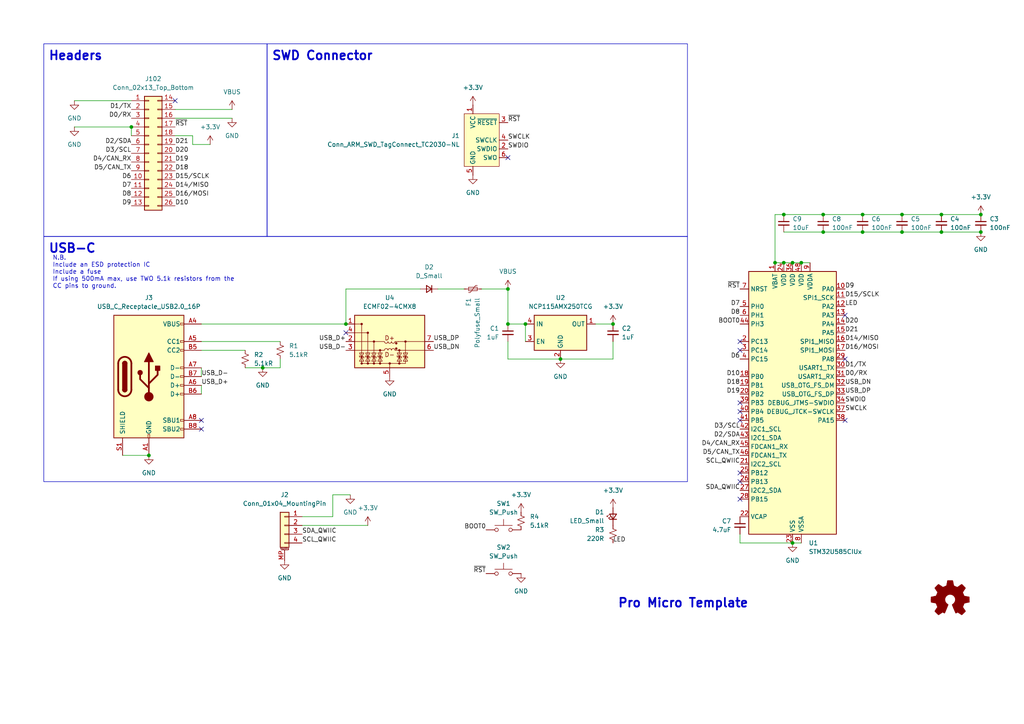
<source format=kicad_sch>
(kicad_sch (version 20250114) (generator "eeschema") (generator_version "9.0")
  (paper "A4")
  (title_block (title "Thing Plus/Feather") (date "2024-02-21") (rev "0.0.1"))
  (lib_symbols
    (symbol "Connector:Conn_ARM_SWD_TagConnect_TC2030-NL" (in_bom no)
      (property "Reference" "J" (at 2.54 11.43 0))
      (property "Value" "Conn_ARM_SWD_TagConnect_TC2030-NL" (at 2.54 8.89 0))
      (symbol "Conn_ARM_SWD_TagConnect_TC2030-NL_0_0"
        (pin power_in line (at -2.54 10.16 270) (length 2.54) (name "VCC") (number "1"))
        (pin power_in line (at -2.54 -10.16 90) (length 2.54) (name "GND") (number "5"))
        (pin open_collector line (at 7.62 5.08 180) (length 2.54) (name "~{RESET}") (number "3"))
        (pin output line (at 7.62 0 180) (length 2.54) (name "SWCLK") (number "4"))
        (pin bidirectional line (at 7.62 -2.54 180) (length 2.54) (name "SWDIO") (number "2"))
        (pin input line (at 7.62 -5.08 180) (length 2.54) (name "SWO") (number "6"))
      )
    )
    (symbol "Connector:USB_C_Receptacle_USB2.0_16P" (pin_names (offset 1.016))
      (property "Reference" "J" (at 0 22.225 0))
      (property "Value" "USB_C_Receptacle_USB2.0_16P" (at 0 19.685 0))
      (symbol "USB_C_Receptacle_USB2.0_16P_1_1"
        (pin passive line (at -7.62 -22.86 90) (length 5.08) (name "SHIELD") (number "S1"))
        (pin passive line (at 0 -22.86 90) (length 5.08) (name "GND") (number "A1"))
        (pin passive line (at 0 -22.86 90) (length 5.08) (hide yes) (name "GND") (number "A12"))
        (pin passive line (at 0 -22.86 90) (length 5.08) (hide yes) (name "GND") (number "B1"))
        (pin passive line (at 0 -22.86 90) (length 5.08) (hide yes) (name "GND") (number "B12"))
        (pin passive line (at 15.24 15.24 180) (length 5.08) (name "VBUS") (number "A4"))
        (pin passive line (at 15.24 15.24 180) (length 5.08) (hide yes) (name "VBUS") (number "A9"))
        (pin passive line (at 15.24 15.24 180) (length 5.08) (hide yes) (name "VBUS") (number "B4"))
        (pin passive line (at 15.24 15.24 180) (length 5.08) (hide yes) (name "VBUS") (number "B9"))
        (pin bidirectional line (at 15.24 10.16 180) (length 5.08) (name "CC1") (number "A5"))
        (pin bidirectional line (at 15.24 7.62 180) (length 5.08) (name "CC2") (number "B5"))
        (pin bidirectional line (at 15.24 2.54 180) (length 5.08) (name "D-") (number "A7"))
        (pin bidirectional line (at 15.24 0 180) (length 5.08) (name "D-") (number "B7"))
        (pin bidirectional line (at 15.24 -2.54 180) (length 5.08) (name "D+") (number "A6"))
        (pin bidirectional line (at 15.24 -5.08 180) (length 5.08) (name "D+") (number "B6"))
        (pin bidirectional line (at 15.24 -12.7 180) (length 5.08) (name "SBU1") (number "A8"))
        (pin bidirectional line (at 15.24 -15.24 180) (length 5.08) (name "SBU2") (number "B8"))
      )
    )
    (symbol "Connector_Generic:Conn_02x13_Top_Bottom" (pin_names (offset 1.016) (hide yes))
      (property "Reference" "J" (at 1.27 17.78 0))
      (property "Value" "Conn_02x13_Top_Bottom" (at 1.27 -17.78 0))
      (symbol "Conn_02x13_Top_Bottom_1_1"
        (pin passive line (at -5.08 15.24 0) (length 3.81) (name "Pin_1") (number "1"))
        (pin passive line (at -5.08 12.7 0) (length 3.81) (name "Pin_2") (number "2"))
        (pin passive line (at -5.08 10.16 0) (length 3.81) (name "Pin_3") (number "3"))
        (pin passive line (at -5.08 7.62 0) (length 3.81) (name "Pin_4") (number "4"))
        (pin passive line (at -5.08 5.08 0) (length 3.81) (name "Pin_5") (number "5"))
        (pin passive line (at -5.08 2.54 0) (length 3.81) (name "Pin_6") (number "6"))
        (pin passive line (at -5.08 0 0) (length 3.81) (name "Pin_7") (number "7"))
        (pin passive line (at -5.08 -2.54 0) (length 3.81) (name "Pin_8") (number "8"))
        (pin passive line (at -5.08 -5.08 0) (length 3.81) (name "Pin_9") (number "9"))
        (pin passive line (at -5.08 -7.62 0) (length 3.81) (name "Pin_10") (number "10"))
        (pin passive line (at -5.08 -10.16 0) (length 3.81) (name "Pin_11") (number "11"))
        (pin passive line (at -5.08 -12.7 0) (length 3.81) (name "Pin_12") (number "12"))
        (pin passive line (at -5.08 -15.24 0) (length 3.81) (name "Pin_13") (number "13"))
        (pin passive line (at 7.62 15.24 180) (length 3.81) (name "Pin_14") (number "14"))
        (pin passive line (at 7.62 12.7 180) (length 3.81) (name "Pin_15") (number "15"))
        (pin passive line (at 7.62 10.16 180) (length 3.81) (name "Pin_16") (number "16"))
        (pin passive line (at 7.62 7.62 180) (length 3.81) (name "Pin_17") (number "17"))
        (pin passive line (at 7.62 5.08 180) (length 3.81) (name "Pin_18") (number "18"))
        (pin passive line (at 7.62 2.54 180) (length 3.81) (name "Pin_19") (number "19"))
        (pin passive line (at 7.62 0 180) (length 3.81) (name "Pin_20") (number "20"))
        (pin passive line (at 7.62 -2.54 180) (length 3.81) (name "Pin_21") (number "21"))
        (pin passive line (at 7.62 -5.08 180) (length 3.81) (name "Pin_22") (number "22"))
        (pin passive line (at 7.62 -7.62 180) (length 3.81) (name "Pin_23") (number "23"))
        (pin passive line (at 7.62 -10.16 180) (length 3.81) (name "Pin_24") (number "24"))
        (pin passive line (at 7.62 -12.7 180) (length 3.81) (name "Pin_25") (number "25"))
        (pin passive line (at 7.62 -15.24 180) (length 3.81) (name "Pin_26") (number "26"))
      )
    )
    (symbol "Connector_Generic_MountingPin:Conn_01x04_MountingPin" (pin_names (offset 1.016) (hide yes))
      (property "Reference" "J" (at 0 5.08 0))
      (property "Value" "Conn_01x04_MountingPin" (at 1.27 -7.62 0))
      (symbol "Conn_01x04_MountingPin_1_1"
        (text "Mounting" (at 0 -6.731 0) (effects (font (size 0.381 0.381))))
        (pin passive line (at -5.08 2.54 0) (length 3.81) (name "Pin_1") (number "1"))
        (pin passive line (at -5.08 0 0) (length 3.81) (name "Pin_2") (number "2"))
        (pin passive line (at -5.08 -2.54 0) (length 3.81) (name "Pin_3") (number "3"))
        (pin passive line (at -5.08 -5.08 0) (length 3.81) (name "Pin_4") (number "4"))
        (pin passive line (at 0 -10.16 90) (length 3.048) (name "MountPin") (number "MP"))
      )
    )
    (symbol "Device:C_Small" (pin_numbers (hide yes)) (pin_names (offset 0.254) (hide yes))
      (property "Reference" "C" (at 0.254 1.778 0))
      (property "Value" "C_Small" (at 0.254 -2.032 0))
      (symbol "C_Small_1_1"
        (pin passive line (at 0 2.54 270) (length 2.032) (name "~") (number "1"))
        (pin passive line (at 0 -2.54 90) (length 2.032) (name "~") (number "2"))
      )
    )
    (symbol "Device:D_Small" (pin_numbers (hide yes)) (pin_names (offset 0.254) (hide yes))
      (property "Reference" "D" (at -1.27 2.032 0))
      (property "Value" "D_Small" (at -3.81 -2.032 0))
      (symbol "D_Small_1_1"
        (pin passive line (at -2.54 0 0) (length 1.778) (name "K") (number "1"))
        (pin passive line (at 2.54 0 180) (length 1.778) (name "A") (number "2"))
      )
    )
    (symbol "Device:LED_Small" (pin_numbers (hide yes)) (pin_names (offset 0.254) (hide yes))
      (property "Reference" "D" (at -1.27 3.175 0))
      (property "Value" "LED_Small" (at -4.445 -2.54 0))
      (symbol "LED_Small_1_1"
        (pin passive line (at -2.54 0 0) (length 1.778) (name "K") (number "1"))
        (pin passive line (at 2.54 0 180) (length 1.778) (name "A") (number "2"))
      )
    )
    (symbol "Device:Polyfuse_Small" (pin_numbers (hide yes)) (pin_names (offset 0))
      (property "Reference" "F" (at -1.905 0 90))
      (property "Value" "Polyfuse_Small" (at 1.905 0 90))
      (symbol "Polyfuse_Small_1_1"
        (pin passive line (at 0 2.54 270) (length 0.635) (name "~") (number "1"))
        (pin passive line (at 0 -2.54 90) (length 0.635) (name "~") (number "2"))
      )
    )
    (symbol "Device:R_Small_US" (pin_numbers (hide yes)) (pin_names (offset 0.254) (hide yes))
      (property "Reference" "R" (at 0.762 0.508 0))
      (property "Value" "R_Small_US" (at 0.762 -1.016 0))
      (symbol "R_Small_US_1_1"
        (pin passive line (at 0 2.54 270) (length 1.016) (name "~") (number "1"))
        (pin passive line (at 0 -2.54 90) (length 1.016) (name "~") (number "2"))
      )
    )
    (symbol "Graphic:Logo_Open_Hardware_Small" (in_bom no) (on_board no))
    (symbol "MCU_ST_STM32U5:STM32U585CIUx"
      (property "Reference" "U" (at -12.7 39.37 0))
      (property "Value" "STM32U585CIUx" (at 7.62 39.37 0))
      (symbol "STM32U585CIUx_1_1"
        (pin input line (at -15.24 33.02 0) (length 2.54) (name "NRST") (number "7"))
        (pin bidirectional line (at -15.24 27.94 0) (length 2.54) (name "PH0") (number "5"))
        (pin bidirectional line (at -15.24 25.4 0) (length 2.54) (name "PH1") (number "6"))
        (pin bidirectional line (at -15.24 22.86 0) (length 2.54) (name "PH3") (number "44"))
        (pin bidirectional line (at -15.24 17.78 0) (length 2.54) (name "PC13") (number "2"))
        (pin bidirectional line (at -15.24 15.24 0) (length 2.54) (name "PC14") (number "3"))
        (pin bidirectional line (at -15.24 12.7 0) (length 2.54) (name "PC15") (number "4"))
        (pin bidirectional line (at -15.24 7.62 0) (length 2.54) (name "PB0") (number "18"))
        (pin bidirectional line (at -15.24 5.08 0) (length 2.54) (name "PB1") (number "19"))
        (pin bidirectional line (at -15.24 2.54 0) (length 2.54) (name "PB2") (number "20"))
        (pin bidirectional line (at -15.24 0 0) (length 2.54) (name "PB3") (number "39") (alternate "I2C1_SDA" bidirectional line) (alternate "SPI1_SCK" bidirectional line))
        (pin bidirectional line (at -15.24 -2.54 0) (length 2.54) (name "PB4") (number "40") (alternate "SPI1_MISO" bidirectional line))
        (pin bidirectional line (at -15.24 -5.08 0) (length 2.54) (name "PB5") (number "41") (alternate "SPI1_MOSI" bidirectional line))
        (pin bidirectional line (at -15.24 -7.62 0) (length 2.54) (name "PB6") (number "42") (alternate "I2C1_SCL" bidirectional line) (alternate "USART1_TX" bidirectional line))
        (pin bidirectional line (at -15.24 -10.16 0) (length 2.54) (name "PB7") (number "43") (alternate "I2C1_SDA" bidirectional line) (alternate "USART1_RX" bidirectional line))
        (pin bidirectional line (at -15.24 -12.7 0) (length 2.54) (name "PB8") (number "45") (alternate "FDCAN1_RX" bidirectional line) (alternate "I2C1_SCL" bidirectional line))
        (pin bidirectional line (at -15.24 -15.24 0) (length 2.54) (name "PB9") (number "46") (alternate "FDCAN1_TX" bidirectional line) (alternate "I2C1_SDA" bidirectional line))
        (pin bidirectional line (at -15.24 -17.78 0) (length 2.54) (name "PB10") (number "21") (alternate "I2C2_SCL" bidirectional line))
        (pin bidirectional line (at -15.24 -20.32 0) (length 2.54) (name "PB12") (number "25"))
        (pin bidirectional line (at -15.24 -22.86 0) (length 2.54) (name "PB13") (number "26") (alternate "I2C2_SCL" bidirectional line))
        (pin bidirectional line (at -15.24 -25.4 0) (length 2.54) (name "PB14") (number "27") (alternate "I2C2_SDA" bidirectional line))
        (pin bidirectional line (at -15.24 -27.94 0) (length 2.54) (name "PB15") (number "28"))
        (pin power_out line (at -15.24 -33.02 0) (length 2.54) (name "VCAP") (number "22"))
        (pin power_in line (at -5.08 40.64 270) (length 2.54) (name "VBAT") (number "1"))
        (pin power_in line (at -2.54 40.64 270) (length 2.54) (name "VDD") (number "24"))
        (pin power_in line (at 0 40.64 270) (length 2.54) (name "VDD") (number "36"))
        (pin power_in line (at 0 -40.64 90) (length 2.54) (name "VSS") (number "23"))
        (pin passive line (at 0 -40.64 90) (length 2.54) (hide yes) (name "VSS") (number "35"))
        (pin passive line (at 0 -40.64 90) (length 2.54) (hide yes) (name "VSS") (number "47"))
        (pin passive line (at 0 -40.64 90) (length 2.54) (hide yes) (name "VSS") (number "49"))
        (pin power_in line (at 2.54 40.64 270) (length 2.54) (name "VDD") (number "48"))
        (pin power_in line (at 2.54 -40.64 90) (length 2.54) (name "VSSA") (number "8"))
        (pin power_in line (at 5.08 40.64 270) (length 2.54) (name "VDDA") (number "9"))
        (pin bidirectional line (at 15.24 33.02 180) (length 2.54) (name "PA0") (number "10"))
        (pin bidirectional line (at 15.24 30.48 180) (length 2.54) (name "PA1") (number "11") (alternate "SPI1_SCK" bidirectional line))
        (pin bidirectional line (at 15.24 27.94 180) (length 2.54) (name "PA2") (number "12"))
        (pin bidirectional line (at 15.24 25.4 180) (length 2.54) (name "PA3") (number "13"))
        (pin bidirectional line (at 15.24 22.86 180) (length 2.54) (name "PA4") (number "14"))
        (pin bidirectional line (at 15.24 20.32 180) (length 2.54) (name "PA5") (number "15") (alternate "SPI1_SCK" bidirectional line))
        (pin bidirectional line (at 15.24 17.78 180) (length 2.54) (name "PA6") (number "16") (alternate "SPI1_MISO" bidirectional line))
        (pin bidirectional line (at 15.24 15.24 180) (length 2.54) (name "PA7") (number "17") (alternate "SPI1_MOSI" bidirectional line))
        (pin bidirectional line (at 15.24 12.7 180) (length 2.54) (name "PA8") (number "29"))
        (pin bidirectional line (at 15.24 10.16 180) (length 2.54) (name "PA9") (number "30") (alternate "USART1_TX" bidirectional line))
        (pin bidirectional line (at 15.24 7.62 180) (length 2.54) (name "PA10") (number "31") (alternate "USART1_RX" bidirectional line))
        (pin bidirectional line (at 15.24 5.08 180) (length 2.54) (name "PA11") (number "32") (alternate "FDCAN1_RX" bidirectional line) (alternate "SPI1_MISO" bidirectional line) (alternate "USB_OTG_FS_DM" bidirectional line))
        (pin bidirectional line (at 15.24 2.54 180) (length 2.54) (name "PA12") (number "33") (alternate "FDCAN1_TX" bidirectional line) (alternate "SPI1_MOSI" bidirectional line) (alternate "USB_OTG_FS_DP" bidirectional line))
        (pin bidirectional line (at 15.24 0 180) (length 2.54) (name "PA13") (number "34") (alternate "DEBUG_JTMS-SWDIO" bidirectional line))
        (pin bidirectional line (at 15.24 -2.54 180) (length 2.54) (name "PA14") (number "37") (alternate "DEBUG_JTCK-SWCLK" bidirectional line))
        (pin bidirectional line (at 15.24 -5.08 180) (length 2.54) (name "PA15") (number "38"))
      )
    )
    (symbol "Regulator_Linear:NCP115AMX250TCG"
      (property "Reference" "U" (at 2.54 10.16 0))
      (property "Value" "NCP115AMX250TCG" (at 10.16 7.62 0))
      (symbol "NCP115AMX250TCG_1_1"
        (pin power_in line (at -10.16 2.54 0) (length 2.54) (name "IN") (number "4"))
        (pin input line (at -10.16 -2.54 0) (length 2.54) (name "EN") (number "3"))
        (pin power_in line (at 0 -7.62 90) (length 2.54) (name "GND") (number "2"))
        (pin passive line (at 0 -7.62 90) (length 2.54) (hide yes) (name "GND") (number "5"))
        (pin power_out line (at 10.16 2.54 180) (length 2.54) (name "OUT") (number "1"))
      )
    )
    (symbol "Switch:SW_Push" (pin_numbers (hide yes)) (pin_names (offset 1.016) (hide yes))
      (property "Reference" "SW" (at 1.27 2.54 0))
      (property "Value" "SW_Push" (at 0 -1.524 0))
      (symbol "SW_Push_0_1"
        (pin passive line (at -5.08 0 0) (length 2.54) (name "1") (number "1"))
        (pin passive line (at 5.08 0 180) (length 2.54) (name "2") (number "2"))
      )
    )
    (symbol "hlord2000-Power_Protection:ECMF02-4CMX8" (pin_names (offset 0.0254) (hide yes))
      (property "Reference" "U" (at 0 12.7 0))
      (property "Value" "ECMF02-4CMX8" (at 0 10.16 0))
      (symbol "ECMF02-4CMX8_0_0"
        (pin input line (at -12.7 2.54 0) (length 2.54) (name "ID") (number "4"))
        (pin input line (at -12.7 0 0) (length 2.54) (name "D-_in") (number "2"))
        (pin input line (at -12.7 -2.54 0) (length 2.54) (name "D+_in") (number "3"))
        (pin power_in line (at 0 -10.16 90) (length 2.54) (name "GND") (number "5"))
        (pin output line (at 12.7 0 180) (length 2.54) (name "D-_out") (number "7"))
        (pin output line (at 12.7 -2.54 180) (length 2.54) (name "D+_out") (number "6"))
      )
      (symbol "ECMF02-4CMX8_0_1"
        (text "D+" (at 0 1.016 0) (effects (font (size 1.27 1.27))))
        (text "D-" (at 0 -3.81 0) (effects (font (size 1.27 1.27))))
      )
      (symbol "ECMF02-4CMX8_1_0"
        (pin power_in line (at -12.7 5.08 0) (length 2.54) (name "VBUS") (number "1"))
        (pin passive line (at 0 -10.16 90) (length 2.54) (hide yes) (name "GND") (number "8"))
      )
    )
    (symbol "power:+3.3V" (power) (pin_numbers (hide yes)) (pin_names (offset 0) (hide yes))
      (property "Value" "+3.3V" (at 0 3.556 0))
      (symbol "+3.3V_1_1"
        (pin power_in line (at 0 0 90) (length 0) (name "~") (number "1"))
      )
    )
    (symbol "power:GND" (power) (pin_numbers (hide yes)) (pin_names (offset 0) (hide yes))
      (property "Value" "GND" (at 0 -3.81 0))
      (symbol "GND_1_1"
        (pin power_in line (at 0 0 270) (length 0) (name "~") (number "1"))
      )
    )
    (symbol "power:VBUS" (power) (pin_numbers (hide yes)) (pin_names (offset 0) (hide yes))
      (property "Value" "VBUS" (at 0 3.556 0))
      (symbol "VBUS_1_1"
        (pin power_in line (at 0 0 90) (length 0) (name "~") (number "1"))
      )
    )
  )
  (rectangle (start 12.7 68.58) (end 199.39 139.7))
  (rectangle (start 12.7 12.7) (end 77.47 68.58))
  (rectangle (start 77.47 12.7) (end 199.39 68.58))
  (text "N.B.\nInclude an ESD protection IC\nInclude a fuse\nIf using 500mA max, use TWO 5.1k resistors from the\nCC pins to ground." (at 15.24 83.82 0) (effects (font (size 1.27 1.27)) (justify left bottom)))
  (text "SWD Connector" (at 78.74 17.78 0) (effects (font (size 2.54 2.54) (thickness 0.508) (bold yes)) (justify left bottom)))
  (text "Headers" (at 13.97 17.78 0) (effects (font (size 2.54 2.54) (thickness 0.508) (bold yes)) (justify left bottom)))
  (text "USB-C" (at 13.97 73.66 0) (effects (font (size 2.54 2.54) (thickness 0.508) (bold yes)) (justify left bottom)))
  (text "Pro Micro Template" (at 179.07 176.53 0) (effects (font (size 2.54 2.54) (thickness 0.508) (bold yes)) (justify left bottom)))
  (junction (at 227.33 76.2))
  (junction (at 76.2 106.68))
  (junction (at 261.62 62.23))
  (junction (at 43.18 132.08))
  (junction (at 147.32 93.98))
  (junction (at 227.33 62.23))
  (junction (at 38.1 36.83))
  (junction (at 152.4 93.98))
  (junction (at 284.48 67.31))
  (junction (at 147.32 83.82))
  (junction (at 162.56 104.14))
  (junction (at 229.87 76.2))
  (junction (at 224.79 76.2))
  (junction (at 100.33 93.98))
  (junction (at 273.05 67.31))
  (junction (at 238.76 67.31))
  (junction (at 232.41 76.2))
  (junction (at 177.8 93.98))
  (junction (at 229.87 157.48))
  (junction (at 238.76 62.23))
  (junction (at 250.19 62.23))
  (junction (at 273.05 62.23))
  (junction (at 250.19 67.31))
  (junction (at 261.62 67.31))
  (junction (at 284.48 62.23))
  (no_connect (at 245.11 121.92))
  (no_connect (at 214.63 101.6))
  (no_connect (at 58.42 121.92))
  (no_connect (at 50.8 29.21))
  (no_connect (at 214.63 121.92))
  (no_connect (at 245.11 104.14))
  (no_connect (at 214.63 139.7))
  (no_connect (at 58.42 124.46))
  (no_connect (at 245.11 91.44))
  (no_connect (at 214.63 119.38))
  (no_connect (at 100.33 96.52))
  (no_connect (at 214.63 116.84))
  (no_connect (at 214.63 99.06))
  (no_connect (at 214.63 144.78))
  (no_connect (at 214.63 137.16))
  (no_connect (at 147.32 45.72))
  (wire (pts (xy 224.79 76.2) (xy 227.33 76.2)))
  (wire (pts (xy 177.8 93.98) (xy 172.72 93.98)))
  (wire (pts (xy 76.2 106.68) (xy 81.28 106.68)))
  (wire (pts (xy 100.33 83.82) (xy 121.92 83.82)))
  (wire (pts (xy 55.88 41.91) (xy 55.88 39.37)))
  (wire (pts (xy 50.8 31.75) (xy 67.31 31.75)))
  (wire (pts (xy 229.87 76.2) (xy 232.41 76.2)))
  (wire (pts (xy 224.79 76.2) (xy 224.79 62.23)))
  (wire (pts (xy 21.59 29.21) (xy 38.1 29.21)))
  (wire (pts (xy 147.32 99.06) (xy 147.32 104.14)))
  (wire (pts (xy 214.63 154.94) (xy 214.63 157.48)))
  (wire (pts (xy 71.12 106.68) (xy 76.2 106.68)))
  (wire (pts (xy 261.62 62.23) (xy 250.19 62.23)))
  (wire (pts (xy 60.96 41.91) (xy 55.88 41.91)))
  (wire (pts (xy 250.19 62.23) (xy 238.76 62.23)))
  (wire (pts (xy 261.62 67.31) (xy 273.05 67.31)))
  (wire (pts (xy 232.41 76.2) (xy 234.95 76.2)))
  (wire (pts (xy 238.76 67.31) (xy 250.19 67.31)))
  (wire (pts (xy 87.63 152.4) (xy 106.68 152.4)))
  (wire (pts (xy 21.59 36.83) (xy 38.1 36.83)))
  (wire (pts (xy 214.63 157.48) (xy 229.87 157.48)))
  (wire (pts (xy 152.4 93.98) (xy 152.4 99.06)))
  (wire (pts (xy 273.05 62.23) (xy 261.62 62.23)))
  (wire (pts (xy 38.1 36.83) (xy 38.1 39.37)))
  (wire (pts (xy 127 83.82) (xy 134.62 83.82)))
  (wire (pts (xy 96.52 143.51) (xy 101.6 143.51)))
  (wire (pts (xy 58.42 99.06) (xy 81.28 99.06)))
  (wire (pts (xy 177.8 104.14) (xy 162.56 104.14)))
  (wire (pts (xy 100.33 93.98) (xy 100.33 83.82)))
  (wire (pts (xy 238.76 62.23) (xy 227.33 62.23)))
  (wire (pts (xy 58.42 111.76) (xy 58.42 114.3)))
  (wire (pts (xy 284.48 62.23) (xy 273.05 62.23)))
  (wire (pts (xy 58.42 93.98) (xy 100.33 93.98)))
  (wire (pts (xy 81.28 106.68) (xy 81.28 104.14)))
  (wire (pts (xy 177.8 99.06) (xy 177.8 104.14)))
  (wire (pts (xy 58.42 106.68) (xy 58.42 109.22)))
  (wire (pts (xy 35.56 132.08) (xy 43.18 132.08)))
  (wire (pts (xy 224.79 62.23) (xy 227.33 62.23)))
  (wire (pts (xy 50.8 34.29) (xy 67.31 34.29)))
  (wire (pts (xy 139.7 83.82) (xy 147.32 83.82)))
  (wire (pts (xy 152.4 93.98) (xy 147.32 93.98)))
  (wire (pts (xy 273.05 67.31) (xy 284.48 67.31)))
  (wire (pts (xy 227.33 67.31) (xy 238.76 67.31)))
  (wire (pts (xy 227.33 76.2) (xy 229.87 76.2)))
  (wire (pts (xy 55.88 39.37) (xy 50.8 39.37)))
  (wire (pts (xy 58.42 101.6) (xy 71.12 101.6)))
  (wire (pts (xy 229.87 157.48) (xy 232.41 157.48)))
  (wire (pts (xy 147.32 104.14) (xy 162.56 104.14)))
  (wire (pts (xy 147.32 83.82) (xy 147.32 93.98)))
  (wire (pts (xy 87.63 149.86) (xy 96.52 149.86)))
  (wire (pts (xy 250.19 67.31) (xy 261.62 67.31)))
  (wire (pts (xy 96.52 149.86) (xy 96.52 143.51)))
  (label "D21" (at 245.11 96.52 0))
  (label "D3{slash}SCL" (at 38.1 44.45 180))
  (label "D19" (at 50.8 46.99 0))
  (label "SCL_QWIIC" (at 214.63 134.62 180))
  (label "D0{slash}RX" (at 245.11 109.22 0))
  (label "D9" (at 245.11 83.82 0))
  (label "D6" (at 214.63 104.14 180))
  (label "USB_D+" (at 58.42 111.76 0))
  (label "D15{slash}SCLK" (at 245.11 86.36 0))
  (label "D7" (at 38.1 54.61 180))
  (label "~{RST}" (at 50.8 36.83 0))
  (label "USB_D-" (at 100.33 101.6 180))
  (label "SWCLK" (at 147.32 40.64 0))
  (label "~{RST}" (at 140.97 166.37 180))
  (label "USB_D+" (at 100.33 99.06 180))
  (label "D16{slash}MOSI" (at 245.11 101.6 0))
  (label "D2{slash}SDA" (at 214.63 127 180))
  (label "D20" (at 245.11 93.98 0))
  (label "D20" (at 50.8 44.45 0))
  (label "D2{slash}SDA" (at 38.1 41.91 180))
  (label "SWCLK" (at 245.11 119.38 0))
  (label "D7" (at 214.63 88.9 180))
  (label "LED" (at 245.11 88.9 0))
  (label "D14{slash}MISO" (at 50.8 54.61 0))
  (label "D16{slash}MOSI" (at 50.8 57.15 0))
  (label "USB_DP" (at 245.11 114.3 0))
  (label "USB_DN" (at 245.11 111.76 0))
  (label "D5{slash}CAN_TX" (at 214.63 132.08 180))
  (label "~{RST}" (at 147.32 35.56 0))
  (label "~{RST}" (at 214.63 83.82 180))
  (label "D6" (at 38.1 52.07 180))
  (label "D10" (at 214.63 109.22 180))
  (label "D14{slash}MISO" (at 245.11 99.06 0))
  (label "BOOT0" (at 140.97 153.67 180))
  (label "USB_DN" (at 125.73 101.6 0))
  (label "D18" (at 50.8 49.53 0))
  (label "D21" (at 50.8 41.91 0))
  (label "D15{slash}SCLK" (at 50.8 52.07 0))
  (label "D1{slash}TX" (at 38.1 31.75 180))
  (label "D18" (at 214.63 111.76 180))
  (label "D3{slash}SCL" (at 214.63 124.46 180))
  (label "USB_D-" (at 58.42 109.22 0))
  (label "D5{slash}CAN_TX" (at 38.1 49.53 180))
  (label "BOOT0" (at 214.63 93.98 180))
  (label "D10" (at 50.8 59.69 0))
  (label "D8" (at 214.63 91.44 180))
  (label "D4{slash}CAN_RX" (at 214.63 129.54 180))
  (label "D1{slash}TX" (at 245.11 106.68 0))
  (label "SDA_QWIIC" (at 214.63 142.24 180))
  (label "LED" (at 177.8 157.48 0))
  (label "SCL_QWIIC" (at 87.63 157.48 0))
  (label "USB_DP" (at 125.73 99.06 0))
  (label "D0{slash}RX" (at 38.1 34.29 180))
  (label "D8" (at 38.1 57.15 180))
  (label "SWDIO" (at 245.11 116.84 0))
  (label "SDA_QWIIC" (at 87.63 154.94 0))
  (label "SWDIO" (at 147.32 43.18 0))
  (label "D4{slash}CAN_RX" (at 38.1 46.99 180))
  (label "D9" (at 38.1 59.69 180))
  (label "D19" (at 214.63 114.3 180))
  (symbol (lib_id "power:VBUS") (at 147.32 83.82 0) (mirror y) (unit 1)
    (property "Reference" "#PWR107" (effects (hide yes)))
    (property "Value" "VBUS" (at 147.32 78.74 0))
    (property "Description" "Power symbol creates a global label with name \"VBUS\"" (effects (hide yes)))
  )
  (symbol (lib_id "Device:C_Small") (at 273.05 64.77 0) (unit 1)
    (property "Reference" "C4" (at 275.59 63.5062 0) (effects (justify left)))
    (property "Value" "100nF" (at 275.59 66.0462 0) (effects (justify left)))
    (property "Footprint" "Capacitor_SMD:C_0402_1005Metric" (effects (hide yes)))
    (property "Description" "Unpolarized capacitor, small symbol" (effects (hide yes)))
  )
  (symbol (lib_id "Device:R_Small_US") (at 81.28 101.6 0) (unit 1)
    (property "Reference" "R1" (at 83.82 100.3299 0) (effects (justify left)))
    (property "Value" "5.1kR" (at 83.82 102.8699 0) (effects (justify left)))
    (property "Footprint" "Resistor_SMD:R_0402_1005Metric" (effects (hide yes)))
    (property "Description" "Resistor, small US symbol" (effects (hide yes)))
  )
  (symbol (lib_id "Device:C_Small") (at 147.32 96.52 0) (unit 1)
    (property "Reference" "C1" (at 144.78 95.2562 0) (effects (justify right)))
    (property "Value" "1uF" (at 144.78 97.7962 0) (effects (justify right)))
    (property "Footprint" "Capacitor_SMD:C_0402_1005Metric" (effects (hide yes)))
    (property "Description" "Unpolarized capacitor, small symbol" (effects (hide yes)))
  )
  (symbol (lib_id "Device:C_Small") (at 238.76 64.77 0) (unit 1)
    (property "Reference" "C8" (at 241.3 63.5062 0) (effects (justify left)))
    (property "Value" "100nF" (at 241.3 66.0462 0) (effects (justify left)))
    (property "Footprint" "Capacitor_SMD:C_0402_1005Metric" (effects (hide yes)))
    (property "Description" "Unpolarized capacitor, small symbol" (effects (hide yes)))
  )
  (symbol (lib_id "Graphic:Logo_Open_Hardware_Small") (at 275.59 173.99 0) (unit 1) (exclude_from_sim yes) (in_bom no) (on_board no)
    (property "Reference" "#SYM1" (effects (hide yes)))
    (property "Value" "Logo_Open_Hardware_Small" (effects (hide yes)))
  )
  (symbol (lib_id "MCU_ST_STM32U5:STM32U585CIUx") (at 229.87 116.84 0) (unit 1)
    (property "Reference" "U1" (at 234.5533 157.48 0) (effects (justify left)))
    (property "Value" "STM32U585CIUx" (at 234.5533 160.02 0) (effects (justify left)))
    (property "Footprint" "Package_DFN_QFN:QFN-48-1EP_7x7mm_P0.5mm_EP5.6x5.6mm_ThermalVias" (effects (hide yes)))
    (property "Datasheet" "https://www.st.com/resource/en/datasheet/stm32u585ci.pdf" (effects (hide yes)))
    (property "Description" "STMicroelectronics Arm Cortex-M33 MCU, 2048KB flash, 786KB RAM, 160 MHz, 1.71-3.6V, 37 GPIO, UFQFPN48" (effects (hide yes)))
    (pin "16" (alternate "SPI1_MISO"))
    (pin "11" (alternate "SPI1_SCK"))
    (pin "33" (alternate "USB_OTG_FS_DP"))
    (pin "31" (alternate "USART1_RX"))
    (pin "27" (alternate "I2C2_SDA"))
    (pin "30" (alternate "USART1_TX"))
    (pin "43" (alternate "I2C1_SDA"))
    (pin "46" (alternate "FDCAN1_TX"))
    (pin "21" (alternate "I2C2_SCL"))
    (pin "32" (alternate "USB_OTG_FS_DM"))
    (pin "17" (alternate "SPI1_MOSI"))
    (pin "42" (alternate "I2C1_SCL"))
    (pin "37" (alternate "DEBUG_JTCK-SWCLK"))
    (pin "34" (alternate "DEBUG_JTMS-SWDIO"))
    (pin "45" (alternate "FDCAN1_RX"))
  )
  (symbol (lib_id "power:+3.3V") (at 177.8 93.98 0) (unit 1)
    (property "Reference" "#PWR05" (effects (hide yes)))
    (property "Value" "+3.3V" (at 177.8 88.9 0))
    (property "Description" "Power symbol creates a global label with name \"+3.3V\"" (effects (hide yes)))
  )
  (symbol (lib_id "power:GND") (at 21.59 36.83 0) (unit 1)
    (property "Reference" "#PWR108" (effects (hide yes)))
    (property "Value" "GND" (at 21.59 41.91 0))
    (property "Description" "Power symbol creates a global label with name \"GND\" , ground" (effects (hide yes)))
  )
  (symbol (lib_id "power:GND") (at 229.87 157.48 0) (unit 1)
    (property "Reference" "#PWR12" (effects (hide yes)))
    (property "Value" "GND" (at 229.87 162.56 0))
    (property "Description" "Power symbol creates a global label with name \"GND\" , ground" (effects (hide yes)))
  )
  (symbol (lib_id "Device:C_Small") (at 227.33 64.77 0) (unit 1)
    (property "Reference" "C9" (at 229.87 63.5062 0) (effects (justify left)))
    (property "Value" "10uF" (at 229.87 66.0462 0) (effects (justify left)))
    (property "Footprint" "Capacitor_SMD:C_0402_1005Metric" (effects (hide yes)))
    (property "Description" "Unpolarized capacitor, small symbol" (effects (hide yes)))
  )
  (symbol (lib_id "power:GND") (at 137.16 50.8 0) (unit 1)
    (property "Reference" "#PWR11" (effects (hide yes)))
    (property "Value" "GND" (at 137.16 55.88 0))
    (property "Description" "Power symbol creates a global label with name \"GND\" , ground" (effects (hide yes)))
  )
  (symbol (lib_id "power:+3.3V") (at 106.68 152.4 0) (unit 1)
    (property "Reference" "#PWR07" (effects (hide yes)))
    (property "Value" "+3.3V" (at 106.68 147.32 0))
    (property "Description" "Power symbol creates a global label with name \"+3.3V\"" (effects (hide yes)))
  )
  (symbol (lib_id "Device:C_Small") (at 250.19 64.77 0) (unit 1)
    (property "Reference" "C6" (at 252.73 63.5062 0) (effects (justify left)))
    (property "Value" "100nF" (at 252.73 66.0462 0) (effects (justify left)))
    (property "Footprint" "Capacitor_SMD:C_0402_1005Metric" (effects (hide yes)))
    (property "Description" "Unpolarized capacitor, small symbol" (effects (hide yes)))
  )
  (symbol (lib_id "power:GND") (at 21.59 29.21 0) (unit 1)
    (property "Reference" "#PWR109" (effects (hide yes)))
    (property "Value" "GND" (at 21.59 34.29 0))
    (property "Description" "Power symbol creates a global label with name \"GND\" , ground" (effects (hide yes)))
  )
  (symbol (lib_id "Device:R_Small_US") (at 177.8 154.94 0) (unit 1)
    (property "Reference" "R3" (at 175.26 153.6699 0) (effects (justify right)))
    (property "Value" "220R" (at 175.26 156.2099 0) (effects (justify right)))
    (property "Footprint" "Resistor_SMD:R_0402_1005Metric" (effects (hide yes)))
    (property "Description" "Resistor, small US symbol" (effects (hide yes)))
  )
  (symbol (lib_id "Device:R_Small_US") (at 151.13 151.13 0) (unit 1)
    (property "Reference" "R4" (at 153.67 149.8599 0) (effects (justify left)))
    (property "Value" "5.1kR" (at 153.67 152.3999 0) (effects (justify left)))
    (property "Footprint" "Resistor_SMD:R_0402_1005Metric" (effects (hide yes)))
    (property "Description" "Resistor, small US symbol" (effects (hide yes)))
  )
  (symbol (lib_id "power:GND") (at 67.31 34.29 0) (unit 1)
    (property "Reference" "#PWR103" (effects (hide yes)))
    (property "Value" "GND" (at 67.31 39.37 0))
    (property "Description" "Power symbol creates a global label with name \"GND\" , ground" (effects (hide yes)))
  )
  (symbol (lib_id "Connector_Generic:Conn_02x13_Top_Bottom") (at 43.18 44.45 0) (unit 1)
    (property "Reference" "J102" (at 44.45 22.86 0))
    (property "Value" "Conn_02x13_Top_Bottom" (at 44.45 25.4 0))
    (property "Footprint" "ProMicro:Connector_Pro_Micro_Castellated" (effects (hide yes)))
    (property "Description" "Generic connector, double row, 02x13, top/bottom pin numbering scheme (row 1: 1...pins_per_row, row2: pins_per_row+1 ... num_pins), script generated (kicad-library-utils/schlib/autogen/connector/)" (effects (hide yes)))
  )
  (symbol (lib_id "Device:C_Small") (at 261.62 64.77 0) (unit 1)
    (property "Reference" "C5" (at 264.16 63.5062 0) (effects (justify left)))
    (property "Value" "100nF" (at 264.16 66.0462 0) (effects (justify left)))
    (property "Footprint" "Capacitor_SMD:C_0402_1005Metric" (effects (hide yes)))
    (property "Description" "Unpolarized capacitor, small symbol" (effects (hide yes)))
  )
  (symbol (lib_id "Connector:USB_C_Receptacle_USB2.0_16P") (at 43.18 109.22 0) (unit 1)
    (property "Reference" "J3" (at 43.18 86.36 0))
    (property "Value" "USB_C_Receptacle_USB2.0_16P" (at 43.18 88.9 0))
    (property "Footprint" "ProMicro:USB_C_Receptacle_Jing_918-418K2024S40000" (effects (hide yes)))
    (property "Datasheet" "https://www.usb.org/sites/default/files/documents/usb_type-c.zip" (effects (hide yes)))
    (property "Description" "USB 2.0-only 16P Type-C Receptacle connector" (effects (hide yes)))
  )
  (symbol (lib_id "Device:D_Small") (at 124.46 83.82 180) (unit 1)
    (property "Reference" "D2" (at 124.46 77.47 0))
    (property "Value" "D_Small" (at 124.46 80.01 0))
    (property "Footprint" "Diode_SMD:D_SOD-123" (effects (hide yes)))
    (property "Description" "Diode, small symbol" (effects (hide yes)))
    (property "Sim.Device" "D" (effects (hide yes)))
    (property "Sim.Pins" "1=K 2=A" (effects (hide yes)))
  )
  (symbol (lib_id "power:+3.3V") (at 284.48 62.23 0) (unit 1)
    (property "Reference" "#PWR09" (effects (hide yes)))
    (property "Value" "+3.3V" (at 284.48 57.15 0))
    (property "Description" "Power symbol creates a global label with name \"+3.3V\"" (effects (hide yes)))
  )
  (symbol (lib_id "Device:R_Small_US") (at 71.12 104.14 0) (unit 1)
    (property "Reference" "R2" (at 73.66 102.8699 0) (effects (justify left)))
    (property "Value" "5.1kR" (at 73.66 105.4099 0) (effects (justify left)))
    (property "Footprint" "Resistor_SMD:R_0402_1005Metric" (effects (hide yes)))
    (property "Description" "Resistor, small US symbol" (effects (hide yes)))
  )
  (symbol (lib_id "power:GND") (at 101.6 143.51 0) (unit 1)
    (property "Reference" "#PWR6" (effects (hide yes)))
    (property "Value" "GND" (at 101.6 148.59 0))
    (property "Description" "Power symbol creates a global label with name \"GND\" , ground" (effects (hide yes)))
  )
  (symbol (lib_id "Switch:SW_Push") (at 146.05 153.67 0) (unit 1)
    (property "Reference" "SW1" (at 146.05 146.05 0))
    (property "Value" "SW_Push" (at 146.05 148.59 0))
    (property "Footprint" "Button_Switch_SMD:SW_Push_1P1T_NO_CK_KMR2" (effects (hide yes)))
    (property "Description" "Push button switch, generic, two pins" (effects (hide yes)))
  )
  (symbol (lib_id "power:+3.3V") (at 137.16 30.48 0) (unit 1)
    (property "Reference" "#PWR010" (effects (hide yes)))
    (property "Value" "+3.3V" (at 137.16 25.4 0))
    (property "Description" "Power symbol creates a global label with name \"+3.3V\"" (effects (hide yes)))
  )
  (symbol (lib_id "Switch:SW_Push") (at 146.05 166.37 0) (unit 1)
    (property "Reference" "SW2" (at 146.05 158.75 0))
    (property "Value" "SW_Push" (at 146.05 161.29 0))
    (property "Footprint" "Button_Switch_SMD:SW_Push_1P1T_NO_CK_KMR2" (effects (hide yes)))
    (property "Description" "Push button switch, generic, two pins" (effects (hide yes)))
  )
  (symbol (lib_id "power:GND") (at 113.03 109.22 0) (unit 1)
    (property "Reference" "#PWR2" (effects (hide yes)))
    (property "Value" "GND" (at 113.03 114.3 0))
    (property "Description" "Power symbol creates a global label with name \"GND\" , ground" (effects (hide yes)))
  )
  (symbol (lib_id "Regulator_Linear:NCP115AMX250TCG") (at 162.56 96.52 0) (unit 1)
    (property "Reference" "U2" (at 162.56 86.36 0))
    (property "Value" "NCP115AMX250TCG" (at 162.56 88.9 0))
    (property "Footprint" "Package_DFN_QFN:OnSemi_XDFN4-1EP_1.0x1.0mm_EP0.52x0.52mm" (effects (hide yes)))
    (property "Datasheet" "https://www.onsemi.com/pub/Collateral/NCP115-D.PDF" (effects (hide yes)))
    (property "Description" "300mA Low-Dropout Linear Regulators, 2.5V output voltage, LDO with low noise and enable pin, XDFN-4" (effects (hide yes)))
  )
  (symbol (lib_id "Device:C_Small") (at 284.48 64.77 0) (unit 1)
    (property "Reference" "C3" (at 287.02 63.5062 0) (effects (justify left)))
    (property "Value" "100nF" (at 287.02 66.0462 0) (effects (justify left)))
    (property "Footprint" "Capacitor_SMD:C_0402_1005Metric" (effects (hide yes)))
    (property "Description" "Unpolarized capacitor, small symbol" (effects (hide yes)))
  )
  (symbol (lib_id "hlord2000-Power_Protection:ECMF02-4CMX8") (at 113.03 99.06 0) (unit 1)
    (property "Reference" "U4" (at 113.03 86.36 0))
    (property "Value" "ECMF02-4CMX8" (at 113.03 88.9 0))
    (property "Footprint" "hlord2000-Package_DFN_QFN:ST_UQFN-8L_1.2x2.5mm_P0.5mm" (effects (hide yes)))
    (property "Datasheet" "https://www.st.com/resource/en/datasheet/ECMF02-4CMX8.pdf" (effects (hide yes)))
    (property "Description" "Single Pair Common Mode Filter with ESD Protection, UQFN-8L" (effects (hide yes)))
  )
  (symbol (lib_id "Device:C_Small") (at 177.8 96.52 0) (mirror y) (unit 1)
    (property "Reference" "C2" (at 180.34 95.2562 0) (effects (justify right)))
    (property "Value" "1uF" (at 180.34 97.7962 0) (effects (justify right)))
    (property "Footprint" "Capacitor_SMD:C_0402_1005Metric" (effects (hide yes)))
    (property "Description" "Unpolarized capacitor, small symbol" (effects (hide yes)))
  )
  (symbol (lib_id "power:+3.3V") (at 177.8 147.32 0) (unit 1)
    (property "Reference" "#PWR014" (effects (hide yes)))
    (property "Value" "+3.3V" (at 177.8 142.24 0))
    (property "Description" "Power symbol creates a global label with name \"+3.3V\"" (effects (hide yes)))
  )
  (symbol (lib_id "power:+3.3V") (at 60.96 41.91 0) (unit 1)
    (property "Reference" "#PWR017" (effects (hide yes)))
    (property "Value" "+3.3V" (at 60.96 36.83 0))
    (property "Description" "Power symbol creates a global label with name \"+3.3V\"" (effects (hide yes)))
  )
  (symbol (lib_id "power:GND") (at 82.55 162.56 0) (unit 1)
    (property "Reference" "#PWR8" (effects (hide yes)))
    (property "Value" "GND" (at 82.55 167.64 0))
    (property "Description" "Power symbol creates a global label with name \"GND\" , ground" (effects (hide yes)))
  )
  (symbol (lib_id "power:GND") (at 162.56 104.14 0) (unit 1)
    (property "Reference" "#PWR4" (effects (hide yes)))
    (property "Value" "GND" (at 162.56 109.22 0))
    (property "Description" "Power symbol creates a global label with name \"GND\" , ground" (effects (hide yes)))
  )
  (symbol (lib_id "power:GND") (at 76.2 106.68 0) (unit 1)
    (property "Reference" "#PWR3" (effects (hide yes)))
    (property "Value" "GND" (at 76.2 111.76 0))
    (property "Description" "Power symbol creates a global label with name \"GND\" , ground" (effects (hide yes)))
  )
  (symbol (lib_id "power:+3.3V") (at 151.13 148.59 0) (unit 1)
    (property "Reference" "#PWR015" (effects (hide yes)))
    (property "Value" "+3.3V" (at 151.13 143.51 0))
    (property "Description" "Power symbol creates a global label with name \"+3.3V\"" (effects (hide yes)))
  )
  (symbol (lib_id "power:GND") (at 151.13 166.37 0) (unit 1)
    (property "Reference" "#PWR16" (effects (hide yes)))
    (property "Value" "GND" (at 151.13 171.45 0))
    (property "Description" "Power symbol creates a global label with name \"GND\" , ground" (effects (hide yes)))
  )
  (symbol (lib_id "Device:C_Small") (at 214.63 152.4 0) (mirror y) (unit 1)
    (property "Reference" "C7" (at 212.09 151.1362 0) (effects (justify left)))
    (property "Value" "4.7uF" (at 212.09 153.6762 0) (effects (justify left)))
    (property "Footprint" "Capacitor_SMD:C_0402_1005Metric" (effects (hide yes)))
    (property "Description" "Unpolarized capacitor, small symbol" (effects (hide yes)))
  )
  (symbol (lib_id "power:GND") (at 43.18 132.08 0) (unit 1)
    (property "Reference" "#PWR1" (effects (hide yes)))
    (property "Value" "GND" (at 43.18 137.16 0))
    (property "Description" "Power symbol creates a global label with name \"GND\" , ground" (effects (hide yes)))
  )
  (symbol (lib_id "Device:Polyfuse_Small") (at 137.16 83.82 90) (unit 1)
    (property "Reference" "F1" (at 135.8899 86.36 0) (effects (justify right)))
    (property "Value" "Polyfuse_Small" (at 138.4299 86.36 0) (effects (justify right)))
    (property "Footprint" "Fuse:Fuse_0805_2012Metric" (effects (hide yes)))
    (property "Description" "Resettable fuse, polymeric positive temperature coefficient, small symbol" (effects (hide yes)))
  )
  (symbol (lib_id "power:VBUS") (at 67.31 31.75 0) (mirror y) (unit 1)
    (property "Reference" "#PWR106" (effects (hide yes)))
    (property "Value" "VBUS" (at 67.31 26.67 0))
    (property "Description" "Power symbol creates a global label with name \"VBUS\"" (effects (hide yes)))
  )
  (symbol (lib_id "Connector:Conn_ARM_SWD_TagConnect_TC2030-NL") (at 139.7 40.64 0) (unit 1) (in_bom no)
    (property "Reference" "J1" (at 133.35 39.3699 0) (effects (justify right)))
    (property "Value" "Conn_ARM_SWD_TagConnect_TC2030-NL" (at 133.35 41.9099 0) (effects (justify right)))
    (property "Footprint" "Connector:Tag-Connect_TC2030-IDC-NL_2x03_P1.27mm_Vertical" (effects (hide yes)))
    (property "Datasheet" "https://www.tag-connect.com/wp-content/uploads/bsk-pdf-manager/TC2030-CTX_1.pdf" (effects (hide yes)))
    (property "Description" "Tag-Connect ARM Cortex SWD JTAG connector, 6 pin, no legs" (effects (hide yes)))
  )
  (symbol (lib_id "Connector_Generic_MountingPin:Conn_01x04_MountingPin") (at 82.55 152.4 0) (mirror y) (unit 1)
    (property "Reference" "J2" (at 82.55 143.51 0))
    (property "Value" "Conn_01x04_MountingPin" (at 82.55 146.05 0))
    (property "Footprint" "Connector_JST:JST_SH_SM04B-SRSS-TB_1x04-1MP_P1.00mm_Horizontal" (effects (hide yes)))
    (property "Description" "Generic connectable mounting pin connector, single row, 01x04, script generated (kicad-library-utils/schlib/autogen/connector/)" (effects (hide yes)))
  )
  (symbol (lib_id "Device:LED_Small") (at 177.8 149.86 90) (unit 1)
    (property "Reference" "D1" (at 175.26 148.5264 90) (effects (justify left)))
    (property "Value" "LED_Small" (at 175.26 151.0664 90) (effects (justify left)))
    (property "Footprint" "LED_SMD:LED_0603_1608Metric" (effects (hide yes)))
    (property "Description" "Light emitting diode, small symbol" (effects (hide yes)))
    (property "Sim.Pin" "1=K 2=A" (effects (hide yes)))
  )
  (symbol (lib_id "power:GND") (at 284.48 67.31 0) (unit 1)
    (property "Reference" "#PWR13" (effects (hide yes)))
    (property "Value" "GND" (at 284.48 72.39 0))
    (property "Description" "Power symbol creates a global label with name \"GND\" , ground" (effects (hide yes)))
  )
)
</source>
